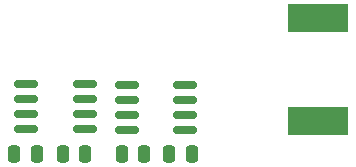
<source format=gbr>
%TF.GenerationSoftware,KiCad,Pcbnew,8.0.6*%
%TF.CreationDate,2025-02-18T13:58:57+01:00*%
%TF.ProjectId,DifferentialProbe,44696666-6572-4656-9e74-69616c50726f,rev?*%
%TF.SameCoordinates,Original*%
%TF.FileFunction,Paste,Bot*%
%TF.FilePolarity,Positive*%
%FSLAX46Y46*%
G04 Gerber Fmt 4.6, Leading zero omitted, Abs format (unit mm)*
G04 Created by KiCad (PCBNEW 8.0.6) date 2025-02-18 13:58:57*
%MOMM*%
%LPD*%
G01*
G04 APERTURE LIST*
G04 Aperture macros list*
%AMRoundRect*
0 Rectangle with rounded corners*
0 $1 Rounding radius*
0 $2 $3 $4 $5 $6 $7 $8 $9 X,Y pos of 4 corners*
0 Add a 4 corners polygon primitive as box body*
4,1,4,$2,$3,$4,$5,$6,$7,$8,$9,$2,$3,0*
0 Add four circle primitives for the rounded corners*
1,1,$1+$1,$2,$3*
1,1,$1+$1,$4,$5*
1,1,$1+$1,$6,$7*
1,1,$1+$1,$8,$9*
0 Add four rect primitives between the rounded corners*
20,1,$1+$1,$2,$3,$4,$5,0*
20,1,$1+$1,$4,$5,$6,$7,0*
20,1,$1+$1,$6,$7,$8,$9,0*
20,1,$1+$1,$8,$9,$2,$3,0*%
G04 Aperture macros list end*
%ADD10R,5.080000X2.420000*%
%ADD11RoundRect,0.150000X-0.825000X-0.150000X0.825000X-0.150000X0.825000X0.150000X-0.825000X0.150000X0*%
%ADD12RoundRect,0.250000X0.250000X0.475000X-0.250000X0.475000X-0.250000X-0.475000X0.250000X-0.475000X0*%
%ADD13RoundRect,0.250000X-0.250000X-0.475000X0.250000X-0.475000X0.250000X0.475000X-0.250000X0.475000X0*%
G04 APERTURE END LIST*
D10*
%TO.C,J1*%
X140500000Y-91380000D03*
X140500000Y-82620000D03*
%TD*%
D11*
%TO.C,U4*%
X115800000Y-92010000D03*
X115800000Y-90740000D03*
X115800000Y-89470000D03*
X115800000Y-88200000D03*
X120750000Y-88200000D03*
X120750000Y-89470000D03*
X120750000Y-90740000D03*
X120750000Y-92010000D03*
%TD*%
D12*
%TO.C,C6*%
X116700000Y-94200000D03*
X114800000Y-94200000D03*
%TD*%
%TO.C,C8*%
X129800000Y-94200000D03*
X127900000Y-94200000D03*
%TD*%
D13*
%TO.C,C5*%
X123900000Y-94200000D03*
X125800000Y-94200000D03*
%TD*%
%TO.C,C7*%
X118900000Y-94200000D03*
X120800000Y-94200000D03*
%TD*%
D11*
%TO.C,U3*%
X124325000Y-92105000D03*
X124325000Y-90835000D03*
X124325000Y-89565000D03*
X124325000Y-88295000D03*
X129275000Y-88295000D03*
X129275000Y-89565000D03*
X129275000Y-90835000D03*
X129275000Y-92105000D03*
%TD*%
M02*

</source>
